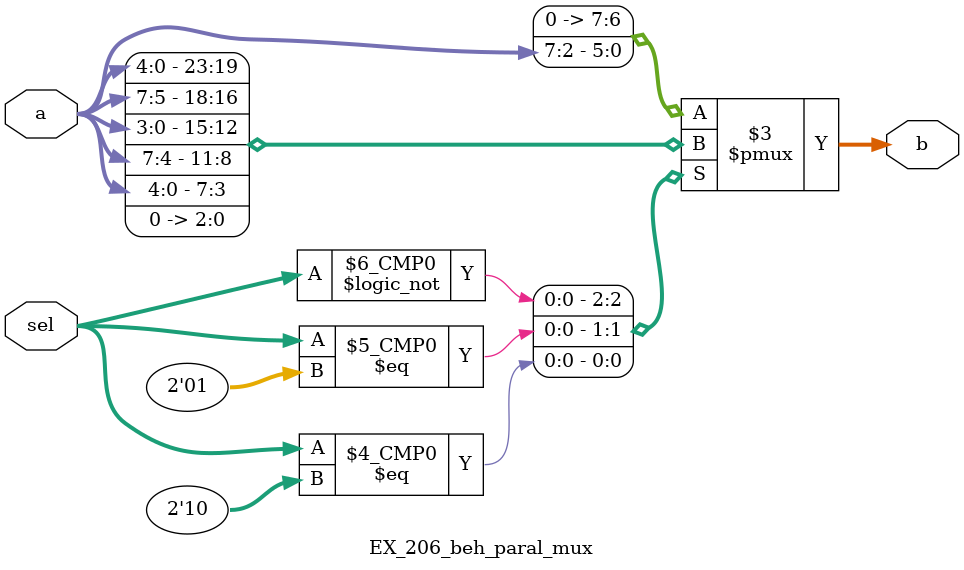
<source format=v>
`timescale 1 ns/1 ns

module EX_206_beh_paral_mux(a, b, sel);
input	[7:0]	a;
input	[1:0]	sel;
output	[7:0]	b;
reg	[7:0]	b;



always@(*)
begin
	case (sel)
	  2'b00  : b = {a[4:0],a[7:5]};
	  2'b01  : b = {a[3:0],a[7:4]};
	  2'b10  : b = {a[4:0], 3'b00};
	  default : b = {2'b00,a[7:2]};
	endcase
end

endmodule

</source>
